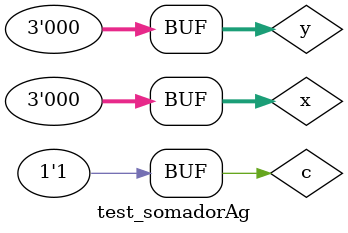
<source format=v>


module halfAdder (output s1, output s0, input a, input b);

// -------- Porta xor
	xor (s0, a, b);
	
// -------- Porta and	
	and (s1, a, b);
	
endmodule // halfAdder

module fullAdder (output carryOut, output s, input  a, input  b, input carryIn);
	wire s2,s1,s0;
	
// --------- Half Adder	
	halfAdder HA1 (s1, s0, a, b);
	halfAdder HA2 (s2, s, s0, carryIn);
	
// --------- Porta or	
	or            (carryOut, s1, s2);
	
endmodule // fullAdder

module somadorAg (output [3:0]s, input [2:0]a, input [2:0]b, input carryIn);
	wire x1,x2,x3,ct1,ct2,ct3;
	
// -------- Portas XORS
	xor XOR1      (x1, b[0], carryIn);
	xor XOR2      (x2, b[1], carryIn);
	xor XOR3      (x3, b[2], carryIn);
	xor XOR4      (s[3], ct3, carryIn);

// --------- Full Adder	
	fullAdder FA1 (ct1, s[0], a[0], x1, carryIn);
	fullAdder FA2 (ct2, s[1], a[1], x2, ct1);
	fullAdder FA3 (ct3, s[2], a[2], x3, ct2);

endmodule // somadorAg

module test_somadorAg;
// 
   reg [2:0]x;
	reg [2:0]y;
	reg c;
	wire [3:0]soma;
	
	somadorAg somadif (soma, x, y, c);
	
	initial begin: start
		x = 3'b000; 
		y = 3'b000;
		c = 0;
	end
	
// ------------------------- parte principal
   initial begin
      $display("Exemplo0031 - Pedro Henrique Lima Pinheiro - 451605");
      $display("Test ALU's somador algebrico");
		
		$display("\n CARRY IN = 0 \n");
      $monitor("%3b + %3b = %3b",x,y,soma); 
		repeat (7) begin
		#1 x = x + 1;  
		end
		
		repeat (7) begin
		#1 y = y + 1;  
		end
		#1
		$display("\n CARRY IN = 1\n");
		#1 x = 3'b000; y = 3'b000; c = 1;
	   $monitor("%3b - %3b = %3b",x,y,soma); 
		repeat (7) begin
		#1 x = x + 1;  
		end
		
		repeat (7) begin
		#1 y = y + 1;  
		end
		
   end
endmodule // test_somadorAg
</source>
